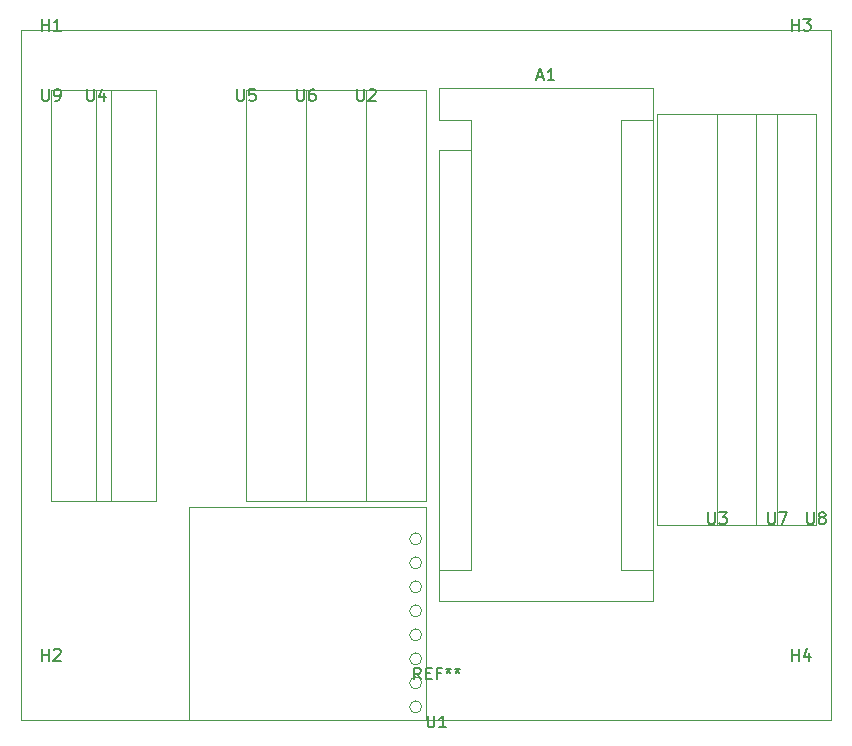
<source format=gto>
G04 #@! TF.GenerationSoftware,KiCad,Pcbnew,(5.1.0)-1*
G04 #@! TF.CreationDate,2019-07-11T20:21:55+02:00*
G04 #@! TF.ProjectId,Arduino_HM_1,41726475-696e-46f5-9f48-4d5f312e6b69,rev?*
G04 #@! TF.SameCoordinates,Original*
G04 #@! TF.FileFunction,Legend,Top*
G04 #@! TF.FilePolarity,Positive*
%FSLAX46Y46*%
G04 Gerber Fmt 4.6, Leading zero omitted, Abs format (unit mm)*
G04 Created by KiCad (PCBNEW (5.1.0)-1) date 2019-07-11 20:21:55*
%MOMM*%
%LPD*%
G04 APERTURE LIST*
%ADD10C,0.120000*%
%ADD11C,0.150000*%
G04 APERTURE END LIST*
D10*
X81280000Y-73660000D02*
X12700000Y-73660000D01*
X81280000Y-15240000D02*
X81280000Y-73660000D01*
X12700000Y-15240000D02*
X81280000Y-15240000D01*
X12700000Y-73660000D02*
X12700000Y-15240000D01*
X15240000Y-55118000D02*
X15240000Y-53086000D01*
X20320000Y-55118000D02*
X15240000Y-55118000D01*
X20320000Y-53086000D02*
X20320000Y-55118000D01*
X15240000Y-53086000D02*
X15240000Y-20320000D01*
X20320000Y-20320000D02*
X20320000Y-53086000D01*
X15240000Y-20320000D02*
X20320000Y-20320000D01*
X80010000Y-22352000D02*
X80010000Y-24384000D01*
X74930000Y-22352000D02*
X80010000Y-22352000D01*
X74930000Y-24384000D02*
X74930000Y-22352000D01*
X80010000Y-24384000D02*
X80010000Y-57150000D01*
X74930000Y-57150000D02*
X74930000Y-24384000D01*
X80010000Y-57150000D02*
X74930000Y-57150000D01*
X46990000Y-55626000D02*
X46990000Y-73660000D01*
X26924000Y-55626000D02*
X46990000Y-55626000D01*
X26924000Y-73660000D02*
X26924000Y-55626000D01*
X46990000Y-73660000D02*
X26924000Y-73660000D01*
X46620000Y-58358000D02*
G75*
G03X46620000Y-58358000I-508000J0D01*
G01*
X46620000Y-60390000D02*
G75*
G03X46620000Y-60390000I-508000J0D01*
G01*
X46620000Y-66486000D02*
G75*
G03X46620000Y-66486000I-508000J0D01*
G01*
X46620000Y-62422000D02*
G75*
G03X46620000Y-62422000I-508000J0D01*
G01*
X46620000Y-64454000D02*
G75*
G03X46620000Y-64454000I-508000J0D01*
G01*
X46620000Y-68518000D02*
G75*
G03X46620000Y-68518000I-508000J0D01*
G01*
X46620000Y-70550000D02*
G75*
G03X46620000Y-70550000I-508000J0D01*
G01*
X46620000Y-72582000D02*
G75*
G03X46620000Y-72582000I-508000J0D01*
G01*
X76708000Y-22352000D02*
X76708000Y-24384000D01*
X71628000Y-22352000D02*
X76708000Y-22352000D01*
X71628000Y-24384000D02*
X71628000Y-22352000D01*
X76708000Y-24384000D02*
X76708000Y-57150000D01*
X71628000Y-57150000D02*
X71628000Y-24384000D01*
X76708000Y-57150000D02*
X71628000Y-57150000D01*
X36830000Y-55118000D02*
X36830000Y-53086000D01*
X41910000Y-55118000D02*
X36830000Y-55118000D01*
X41910000Y-53086000D02*
X41910000Y-55118000D01*
X36830000Y-53086000D02*
X36830000Y-20320000D01*
X41910000Y-20320000D02*
X41910000Y-53086000D01*
X36830000Y-20320000D02*
X41910000Y-20320000D01*
X31750000Y-55118000D02*
X31750000Y-53086000D01*
X36830000Y-55118000D02*
X31750000Y-55118000D01*
X36830000Y-53086000D02*
X36830000Y-55118000D01*
X31750000Y-53086000D02*
X31750000Y-20320000D01*
X36830000Y-20320000D02*
X36830000Y-53086000D01*
X31750000Y-20320000D02*
X36830000Y-20320000D01*
X19050000Y-55118000D02*
X19050000Y-53086000D01*
X24130000Y-55118000D02*
X19050000Y-55118000D01*
X24130000Y-53086000D02*
X24130000Y-55118000D01*
X19050000Y-53086000D02*
X19050000Y-20320000D01*
X24130000Y-20320000D02*
X24130000Y-53086000D01*
X19050000Y-20320000D02*
X24130000Y-20320000D01*
X71628000Y-22352000D02*
X71628000Y-24384000D01*
X66548000Y-22352000D02*
X71628000Y-22352000D01*
X66548000Y-24384000D02*
X66548000Y-22352000D01*
X71628000Y-24384000D02*
X71628000Y-57150000D01*
X66548000Y-57150000D02*
X66548000Y-24384000D01*
X71628000Y-57150000D02*
X66548000Y-57150000D01*
X41910000Y-55118000D02*
X41910000Y-53086000D01*
X46990000Y-55118000D02*
X41910000Y-55118000D01*
X46990000Y-53086000D02*
X46990000Y-55118000D01*
X41910000Y-53086000D02*
X41910000Y-20320000D01*
X46990000Y-20320000D02*
X46990000Y-53086000D01*
X41910000Y-20320000D02*
X46990000Y-20320000D01*
X66170000Y-20190000D02*
X48130000Y-20190000D01*
X66170000Y-63630000D02*
X66170000Y-20190000D01*
X48130000Y-63630000D02*
X66170000Y-63630000D01*
X50800000Y-60960000D02*
X48130000Y-60960000D01*
X50800000Y-25400000D02*
X50800000Y-60960000D01*
X50800000Y-25400000D02*
X48130000Y-25400000D01*
X63500000Y-60960000D02*
X66170000Y-60960000D01*
X63500000Y-22860000D02*
X63500000Y-60960000D01*
X63500000Y-22860000D02*
X66170000Y-22860000D01*
X48130000Y-20190000D02*
X48130000Y-22860000D01*
X48130000Y-25400000D02*
X48130000Y-63630000D01*
X50800000Y-22860000D02*
X48130000Y-22860000D01*
X50800000Y-25400000D02*
X50800000Y-22860000D01*
D11*
X14478095Y-20272380D02*
X14478095Y-21081904D01*
X14525714Y-21177142D01*
X14573333Y-21224761D01*
X14668571Y-21272380D01*
X14859047Y-21272380D01*
X14954285Y-21224761D01*
X15001904Y-21177142D01*
X15049523Y-21081904D01*
X15049523Y-20272380D01*
X15573333Y-21272380D02*
X15763809Y-21272380D01*
X15859047Y-21224761D01*
X15906666Y-21177142D01*
X16001904Y-21034285D01*
X16049523Y-20843809D01*
X16049523Y-20462857D01*
X16001904Y-20367619D01*
X15954285Y-20320000D01*
X15859047Y-20272380D01*
X15668571Y-20272380D01*
X15573333Y-20320000D01*
X15525714Y-20367619D01*
X15478095Y-20462857D01*
X15478095Y-20700952D01*
X15525714Y-20796190D01*
X15573333Y-20843809D01*
X15668571Y-20891428D01*
X15859047Y-20891428D01*
X15954285Y-20843809D01*
X16001904Y-20796190D01*
X16049523Y-20700952D01*
X79248095Y-56102380D02*
X79248095Y-56911904D01*
X79295714Y-57007142D01*
X79343333Y-57054761D01*
X79438571Y-57102380D01*
X79629047Y-57102380D01*
X79724285Y-57054761D01*
X79771904Y-57007142D01*
X79819523Y-56911904D01*
X79819523Y-56102380D01*
X80438571Y-56530952D02*
X80343333Y-56483333D01*
X80295714Y-56435714D01*
X80248095Y-56340476D01*
X80248095Y-56292857D01*
X80295714Y-56197619D01*
X80343333Y-56150000D01*
X80438571Y-56102380D01*
X80629047Y-56102380D01*
X80724285Y-56150000D01*
X80771904Y-56197619D01*
X80819523Y-56292857D01*
X80819523Y-56340476D01*
X80771904Y-56435714D01*
X80724285Y-56483333D01*
X80629047Y-56530952D01*
X80438571Y-56530952D01*
X80343333Y-56578571D01*
X80295714Y-56626190D01*
X80248095Y-56721428D01*
X80248095Y-56911904D01*
X80295714Y-57007142D01*
X80343333Y-57054761D01*
X80438571Y-57102380D01*
X80629047Y-57102380D01*
X80724285Y-57054761D01*
X80771904Y-57007142D01*
X80819523Y-56911904D01*
X80819523Y-56721428D01*
X80771904Y-56626190D01*
X80724285Y-56578571D01*
X80629047Y-56530952D01*
X47128095Y-73312380D02*
X47128095Y-74121904D01*
X47175714Y-74217142D01*
X47223333Y-74264761D01*
X47318571Y-74312380D01*
X47509047Y-74312380D01*
X47604285Y-74264761D01*
X47651904Y-74217142D01*
X47699523Y-74121904D01*
X47699523Y-73312380D01*
X48699523Y-74312380D02*
X48128095Y-74312380D01*
X48413809Y-74312380D02*
X48413809Y-73312380D01*
X48318571Y-73455238D01*
X48223333Y-73550476D01*
X48128095Y-73598095D01*
X46556666Y-70248380D02*
X46223333Y-69772190D01*
X45985238Y-70248380D02*
X45985238Y-69248380D01*
X46366190Y-69248380D01*
X46461428Y-69296000D01*
X46509047Y-69343619D01*
X46556666Y-69438857D01*
X46556666Y-69581714D01*
X46509047Y-69676952D01*
X46461428Y-69724571D01*
X46366190Y-69772190D01*
X45985238Y-69772190D01*
X46985238Y-69724571D02*
X47318571Y-69724571D01*
X47461428Y-70248380D02*
X46985238Y-70248380D01*
X46985238Y-69248380D01*
X47461428Y-69248380D01*
X48223333Y-69724571D02*
X47890000Y-69724571D01*
X47890000Y-70248380D02*
X47890000Y-69248380D01*
X48366190Y-69248380D01*
X48890000Y-69248380D02*
X48890000Y-69486476D01*
X48651904Y-69391238D02*
X48890000Y-69486476D01*
X49128095Y-69391238D01*
X48747142Y-69676952D02*
X48890000Y-69486476D01*
X49032857Y-69676952D01*
X49651904Y-69248380D02*
X49651904Y-69486476D01*
X49413809Y-69391238D02*
X49651904Y-69486476D01*
X49890000Y-69391238D01*
X49509047Y-69676952D02*
X49651904Y-69486476D01*
X49794761Y-69676952D01*
X75946095Y-56102380D02*
X75946095Y-56911904D01*
X75993714Y-57007142D01*
X76041333Y-57054761D01*
X76136571Y-57102380D01*
X76327047Y-57102380D01*
X76422285Y-57054761D01*
X76469904Y-57007142D01*
X76517523Y-56911904D01*
X76517523Y-56102380D01*
X76898476Y-56102380D02*
X77565142Y-56102380D01*
X77136571Y-57102380D01*
X77978095Y-68672380D02*
X77978095Y-67672380D01*
X77978095Y-68148571D02*
X78549523Y-68148571D01*
X78549523Y-68672380D02*
X78549523Y-67672380D01*
X79454285Y-68005714D02*
X79454285Y-68672380D01*
X79216190Y-67624761D02*
X78978095Y-68339047D01*
X79597142Y-68339047D01*
X77978095Y-15332380D02*
X77978095Y-14332380D01*
X77978095Y-14808571D02*
X78549523Y-14808571D01*
X78549523Y-15332380D02*
X78549523Y-14332380D01*
X78930476Y-14332380D02*
X79549523Y-14332380D01*
X79216190Y-14713333D01*
X79359047Y-14713333D01*
X79454285Y-14760952D01*
X79501904Y-14808571D01*
X79549523Y-14903809D01*
X79549523Y-15141904D01*
X79501904Y-15237142D01*
X79454285Y-15284761D01*
X79359047Y-15332380D01*
X79073333Y-15332380D01*
X78978095Y-15284761D01*
X78930476Y-15237142D01*
X14478095Y-68672380D02*
X14478095Y-67672380D01*
X14478095Y-68148571D02*
X15049523Y-68148571D01*
X15049523Y-68672380D02*
X15049523Y-67672380D01*
X15478095Y-67767619D02*
X15525714Y-67720000D01*
X15620952Y-67672380D01*
X15859047Y-67672380D01*
X15954285Y-67720000D01*
X16001904Y-67767619D01*
X16049523Y-67862857D01*
X16049523Y-67958095D01*
X16001904Y-68100952D01*
X15430476Y-68672380D01*
X16049523Y-68672380D01*
X14478095Y-15332380D02*
X14478095Y-14332380D01*
X14478095Y-14808571D02*
X15049523Y-14808571D01*
X15049523Y-15332380D02*
X15049523Y-14332380D01*
X16049523Y-15332380D02*
X15478095Y-15332380D01*
X15763809Y-15332380D02*
X15763809Y-14332380D01*
X15668571Y-14475238D01*
X15573333Y-14570476D01*
X15478095Y-14618095D01*
X36068095Y-20272380D02*
X36068095Y-21081904D01*
X36115714Y-21177142D01*
X36163333Y-21224761D01*
X36258571Y-21272380D01*
X36449047Y-21272380D01*
X36544285Y-21224761D01*
X36591904Y-21177142D01*
X36639523Y-21081904D01*
X36639523Y-20272380D01*
X37544285Y-20272380D02*
X37353809Y-20272380D01*
X37258571Y-20320000D01*
X37210952Y-20367619D01*
X37115714Y-20510476D01*
X37068095Y-20700952D01*
X37068095Y-21081904D01*
X37115714Y-21177142D01*
X37163333Y-21224761D01*
X37258571Y-21272380D01*
X37449047Y-21272380D01*
X37544285Y-21224761D01*
X37591904Y-21177142D01*
X37639523Y-21081904D01*
X37639523Y-20843809D01*
X37591904Y-20748571D01*
X37544285Y-20700952D01*
X37449047Y-20653333D01*
X37258571Y-20653333D01*
X37163333Y-20700952D01*
X37115714Y-20748571D01*
X37068095Y-20843809D01*
X30988095Y-20272380D02*
X30988095Y-21081904D01*
X31035714Y-21177142D01*
X31083333Y-21224761D01*
X31178571Y-21272380D01*
X31369047Y-21272380D01*
X31464285Y-21224761D01*
X31511904Y-21177142D01*
X31559523Y-21081904D01*
X31559523Y-20272380D01*
X32511904Y-20272380D02*
X32035714Y-20272380D01*
X31988095Y-20748571D01*
X32035714Y-20700952D01*
X32130952Y-20653333D01*
X32369047Y-20653333D01*
X32464285Y-20700952D01*
X32511904Y-20748571D01*
X32559523Y-20843809D01*
X32559523Y-21081904D01*
X32511904Y-21177142D01*
X32464285Y-21224761D01*
X32369047Y-21272380D01*
X32130952Y-21272380D01*
X32035714Y-21224761D01*
X31988095Y-21177142D01*
X18288095Y-20272380D02*
X18288095Y-21081904D01*
X18335714Y-21177142D01*
X18383333Y-21224761D01*
X18478571Y-21272380D01*
X18669047Y-21272380D01*
X18764285Y-21224761D01*
X18811904Y-21177142D01*
X18859523Y-21081904D01*
X18859523Y-20272380D01*
X19764285Y-20605714D02*
X19764285Y-21272380D01*
X19526190Y-20224761D02*
X19288095Y-20939047D01*
X19907142Y-20939047D01*
X70866095Y-56102380D02*
X70866095Y-56911904D01*
X70913714Y-57007142D01*
X70961333Y-57054761D01*
X71056571Y-57102380D01*
X71247047Y-57102380D01*
X71342285Y-57054761D01*
X71389904Y-57007142D01*
X71437523Y-56911904D01*
X71437523Y-56102380D01*
X71818476Y-56102380D02*
X72437523Y-56102380D01*
X72104190Y-56483333D01*
X72247047Y-56483333D01*
X72342285Y-56530952D01*
X72389904Y-56578571D01*
X72437523Y-56673809D01*
X72437523Y-56911904D01*
X72389904Y-57007142D01*
X72342285Y-57054761D01*
X72247047Y-57102380D01*
X71961333Y-57102380D01*
X71866095Y-57054761D01*
X71818476Y-57007142D01*
X41148095Y-20272380D02*
X41148095Y-21081904D01*
X41195714Y-21177142D01*
X41243333Y-21224761D01*
X41338571Y-21272380D01*
X41529047Y-21272380D01*
X41624285Y-21224761D01*
X41671904Y-21177142D01*
X41719523Y-21081904D01*
X41719523Y-20272380D01*
X42148095Y-20367619D02*
X42195714Y-20320000D01*
X42290952Y-20272380D01*
X42529047Y-20272380D01*
X42624285Y-20320000D01*
X42671904Y-20367619D01*
X42719523Y-20462857D01*
X42719523Y-20558095D01*
X42671904Y-20700952D01*
X42100476Y-21272380D01*
X42719523Y-21272380D01*
X56435714Y-19216666D02*
X56911904Y-19216666D01*
X56340476Y-19502380D02*
X56673809Y-18502380D01*
X57007142Y-19502380D01*
X57864285Y-19502380D02*
X57292857Y-19502380D01*
X57578571Y-19502380D02*
X57578571Y-18502380D01*
X57483333Y-18645238D01*
X57388095Y-18740476D01*
X57292857Y-18788095D01*
M02*

</source>
